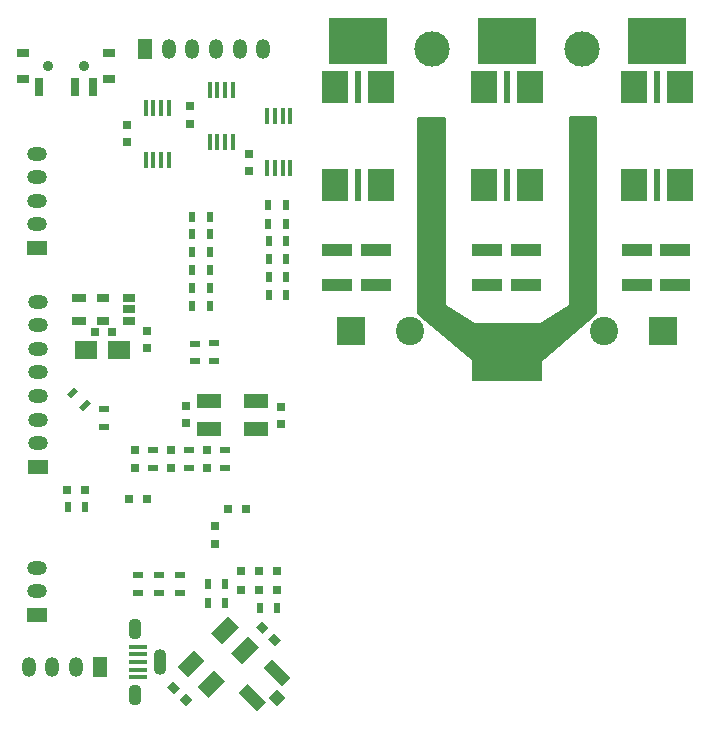
<source format=gbs>
%TF.GenerationSoftware,KiCad,Pcbnew,4.0.7*%
%TF.CreationDate,2018-04-27T21:31:09+08:00*%
%TF.ProjectId,VESC_6,564553435F362E6B696361645F706362,rev?*%
%TF.FileFunction,Soldermask,Bot*%
%FSLAX46Y46*%
G04 Gerber Fmt 4.6, Leading zero omitted, Abs format (unit mm)*
G04 Created by KiCad (PCBNEW 4.0.7) date 2018 April 27, Friday 21:31:09*
%MOMM*%
%LPD*%
G01*
G04 APERTURE LIST*
%ADD10C,0.100000*%
%ADD11R,0.800000X0.750000*%
%ADD12R,1.699260X1.198880*%
%ADD13O,1.699260X1.198880*%
%ADD14R,2.000000X1.300000*%
%ADD15R,0.450000X1.450000*%
%ADD16C,3.000000*%
%ADD17R,1.300000X0.700000*%
%ADD18R,1.198880X1.699260*%
%ADD19O,1.198880X1.699260*%
%ADD20R,1.060000X0.650000*%
%ADD21C,0.900000*%
%ADD22R,0.700000X1.500000*%
%ADD23R,1.000000X0.800000*%
%ADD24R,0.800000X0.800000*%
%ADD25R,1.500000X0.450000*%
%ADD26O,1.100000X1.800000*%
%ADD27O,1.100000X2.200000*%
%ADD28R,5.000000X4.000000*%
%ADD29R,0.750000X0.800000*%
%ADD30R,0.900000X0.500000*%
%ADD31R,0.500000X0.900000*%
%ADD32R,2.500000X1.000000*%
%ADD33R,1.950000X1.500000*%
%ADD34R,0.600000X2.700000*%
%ADD35R,2.300000X2.700000*%
%ADD36R,2.400000X2.400000*%
%ADD37C,2.400000*%
%ADD38R,6.000000X5.000000*%
%ADD39C,0.254000*%
G04 APERTURE END LIST*
D10*
D11*
X135624000Y-97028000D03*
X134124000Y-97028000D03*
D12*
X117983000Y-105984040D03*
D13*
X117983000Y-101981000D03*
X117983000Y-103982520D03*
D14*
X136525000Y-90247320D03*
X132525000Y-90247320D03*
X132525000Y-87847320D03*
X136525000Y-87847320D03*
D10*
G36*
X130763571Y-111282611D02*
X129844332Y-110363372D01*
X131258545Y-108949159D01*
X132177784Y-109868398D01*
X130763571Y-111282611D01*
X130763571Y-111282611D01*
G37*
G36*
X133591998Y-108454184D02*
X132672759Y-107534945D01*
X134086972Y-106120732D01*
X135006211Y-107039971D01*
X133591998Y-108454184D01*
X133591998Y-108454184D01*
G37*
G36*
X135289055Y-110151241D02*
X134369816Y-109232002D01*
X135784029Y-107817789D01*
X136703268Y-108737028D01*
X135289055Y-110151241D01*
X135289055Y-110151241D01*
G37*
G36*
X132460628Y-112979668D02*
X131541389Y-112060429D01*
X132955602Y-110646216D01*
X133874841Y-111565455D01*
X132460628Y-112979668D01*
X132460628Y-112979668D01*
G37*
D15*
X137455000Y-63713000D03*
X138105000Y-63713000D03*
X138755000Y-63713000D03*
X139405000Y-63713000D03*
X139405000Y-68113000D03*
X138755000Y-68113000D03*
X138105000Y-68113000D03*
X137455000Y-68113000D03*
D16*
X151384000Y-58039000D03*
X164084000Y-58039000D03*
D17*
X121500000Y-79173000D03*
X121500000Y-81073000D03*
D18*
X123256040Y-110363000D03*
D19*
X119253000Y-110363000D03*
X121254520Y-110363000D03*
X117254020Y-110363000D03*
D18*
X127093980Y-58039000D03*
D19*
X131097020Y-58039000D03*
X129095500Y-58039000D03*
X133096000Y-58039000D03*
X135097520Y-58039000D03*
X137099040Y-58039000D03*
D13*
X118003300Y-81459440D03*
X118003300Y-83458420D03*
X118003300Y-85459940D03*
D12*
X118003300Y-93466020D03*
D13*
X118003300Y-89462980D03*
X118003300Y-91464500D03*
X118003300Y-87464000D03*
X118003300Y-79460460D03*
D12*
X117983000Y-74930000D03*
D13*
X117983000Y-70926960D03*
X117983000Y-72928480D03*
X117983000Y-68927980D03*
X117983000Y-66926460D03*
D20*
X125700000Y-79173000D03*
X125700000Y-80123000D03*
X125700000Y-81073000D03*
X123500000Y-81073000D03*
X123500000Y-79173000D03*
D21*
X118896000Y-59487000D03*
X121896000Y-59487000D03*
D22*
X118146000Y-61247000D03*
X121146000Y-61247000D03*
X122646000Y-61247000D03*
D23*
X116746000Y-58387000D03*
X124046000Y-58387000D03*
X124046000Y-60597000D03*
X116746000Y-60597000D03*
D24*
X138307300Y-102241700D03*
X138307300Y-103841700D03*
X136779000Y-102273200D03*
X136779000Y-103873200D03*
X135255000Y-102273200D03*
X135255000Y-103873200D03*
D15*
X134502800Y-65903200D03*
X133852800Y-65903200D03*
X133202800Y-65903200D03*
X132552800Y-65903200D03*
X132552800Y-61503200D03*
X133202800Y-61503200D03*
X133852800Y-61503200D03*
X134502800Y-61503200D03*
X129105300Y-67427200D03*
X128455300Y-67427200D03*
X127805300Y-67427200D03*
X127155300Y-67427200D03*
X127155300Y-63027200D03*
X127805300Y-63027200D03*
X128455300Y-63027200D03*
X129105300Y-63027200D03*
D25*
X126488000Y-109976000D03*
X126488000Y-110626000D03*
X126488000Y-109326000D03*
X126488000Y-111276000D03*
X126488000Y-108676000D03*
D26*
X126238000Y-107176000D03*
X126238000Y-112776000D03*
D27*
X128388000Y-109976000D03*
D10*
G36*
X137311191Y-113381693D02*
X136568728Y-114124156D01*
X135013093Y-112568521D01*
X135755556Y-111826058D01*
X137311191Y-113381693D01*
X137311191Y-113381693D01*
G37*
G36*
X139008246Y-113028140D02*
X138301140Y-113735246D01*
X137558678Y-112992784D01*
X138265784Y-112285678D01*
X139008246Y-113028140D01*
X139008246Y-113028140D01*
G37*
G36*
X139397156Y-111295728D02*
X138654693Y-112038191D01*
X137099058Y-110482556D01*
X137841521Y-109740093D01*
X139397156Y-111295728D01*
X139397156Y-111295728D01*
G37*
D28*
X145114500Y-57404000D03*
X157734000Y-57404000D03*
X170434000Y-57404000D03*
D11*
X122022300Y-95389700D03*
X120522300Y-95389700D03*
D29*
X138607800Y-88353200D03*
X138607800Y-89853200D03*
D11*
X127242000Y-96202500D03*
X125742000Y-96202500D03*
D29*
X133032500Y-98449000D03*
X133032500Y-99949000D03*
X130556000Y-89777000D03*
X130556000Y-88277000D03*
X127300000Y-81927000D03*
X127300000Y-83427000D03*
X132334000Y-92036200D03*
X132334000Y-93536200D03*
X129286000Y-92036200D03*
X129286000Y-93536200D03*
X135890000Y-68441000D03*
X135890000Y-66941000D03*
X130937000Y-62928500D03*
X130937000Y-64428500D03*
X125539500Y-64476500D03*
X125539500Y-65976500D03*
X126238000Y-92036200D03*
X126238000Y-93536200D03*
D10*
G36*
X131126338Y-113197008D02*
X130596008Y-113727338D01*
X130030322Y-113161652D01*
X130560652Y-112631322D01*
X131126338Y-113197008D01*
X131126338Y-113197008D01*
G37*
G36*
X130065678Y-112136348D02*
X129535348Y-112666678D01*
X128969662Y-112100992D01*
X129499992Y-111570662D01*
X130065678Y-112136348D01*
X130065678Y-112136348D01*
G37*
G36*
X136462662Y-107020992D02*
X136992992Y-106490662D01*
X137558678Y-107056348D01*
X137028348Y-107586678D01*
X136462662Y-107020992D01*
X136462662Y-107020992D01*
G37*
G36*
X137523322Y-108081652D02*
X138053652Y-107551322D01*
X138619338Y-108117008D01*
X138089008Y-108647338D01*
X137523322Y-108081652D01*
X137523322Y-108081652D01*
G37*
D11*
X122821000Y-82042000D03*
X124321000Y-82042000D03*
D30*
X130048000Y-104128000D03*
X130048000Y-102628000D03*
X128270000Y-102628000D03*
X128270000Y-104128000D03*
X126496300Y-102616000D03*
X126496300Y-104116000D03*
D31*
X122035000Y-96837500D03*
X120535000Y-96837500D03*
X136791000Y-105410000D03*
X138291000Y-105410000D03*
X132396800Y-104978200D03*
X133896800Y-104978200D03*
X132396800Y-103378000D03*
X133896800Y-103378000D03*
D30*
X132900000Y-84500000D03*
X132900000Y-83000000D03*
X131303800Y-84511200D03*
X131303800Y-83011200D03*
D31*
X131085500Y-72263000D03*
X132585500Y-72263000D03*
X131085500Y-73723500D03*
X132585500Y-73723500D03*
X131085500Y-75247500D03*
X132585500Y-75247500D03*
X131085500Y-76771500D03*
X132585500Y-76771500D03*
X131085500Y-78295500D03*
X132585500Y-78295500D03*
X131085500Y-79819500D03*
X132585500Y-79819500D03*
D30*
X123621800Y-88543700D03*
X123621800Y-90043700D03*
D10*
G36*
X122500805Y-88082409D02*
X121864409Y-88718805D01*
X121510855Y-88365251D01*
X122147251Y-87728855D01*
X122500805Y-88082409D01*
X122500805Y-88082409D01*
G37*
G36*
X121440145Y-87021749D02*
X120803749Y-87658145D01*
X120450195Y-87304591D01*
X121086591Y-86668195D01*
X121440145Y-87021749D01*
X121440145Y-87021749D01*
G37*
D32*
X143383000Y-78081000D03*
X143383000Y-75081000D03*
X146685000Y-78081000D03*
X146685000Y-75081000D03*
X159385000Y-78081000D03*
X159385000Y-75081000D03*
X156083000Y-78081000D03*
X156083000Y-75081000D03*
X168783000Y-78081000D03*
X168783000Y-75081000D03*
X171958000Y-78081000D03*
X171958000Y-75081000D03*
D33*
X122125000Y-83527000D03*
X124875000Y-83527000D03*
D31*
X139041000Y-71310500D03*
X137541000Y-71310500D03*
X139040300Y-72847200D03*
X137540300Y-72847200D03*
X139053000Y-74358500D03*
X137553000Y-74358500D03*
X139053000Y-75882500D03*
X137553000Y-75882500D03*
X139053000Y-77406500D03*
X137553000Y-77406500D03*
X139053000Y-78930500D03*
X137553000Y-78930500D03*
D30*
X133858000Y-93536200D03*
X133858000Y-92036200D03*
X130810000Y-93536200D03*
X130810000Y-92036200D03*
X127762000Y-93536200D03*
X127762000Y-92036200D03*
D34*
X157734000Y-69555000D03*
X157734000Y-61255000D03*
D35*
X155784000Y-69555000D03*
X159684000Y-61255000D03*
X159684000Y-69555000D03*
X155784000Y-61255000D03*
D34*
X145116000Y-69555000D03*
X145116000Y-61255000D03*
D35*
X143166000Y-69555000D03*
X147066000Y-61255000D03*
X147066000Y-69555000D03*
X143166000Y-61255000D03*
D34*
X170434000Y-69555000D03*
X170434000Y-61255000D03*
D35*
X168484000Y-69555000D03*
X172384000Y-61255000D03*
X172384000Y-69555000D03*
X168484000Y-61255000D03*
D36*
X170942000Y-81915000D03*
D37*
X165942000Y-81915000D03*
D36*
X144526000Y-81915000D03*
D37*
X149526000Y-81915000D03*
D38*
X157734000Y-83693000D03*
D39*
G36*
X152400000Y-79756000D02*
X152410006Y-79805410D01*
X152438447Y-79847035D01*
X152460635Y-79864280D01*
X156287887Y-82210015D01*
X154910398Y-84391039D01*
X150241000Y-80458915D01*
X150241000Y-63881000D01*
X152400000Y-63881000D01*
X152400000Y-79756000D01*
X152400000Y-79756000D01*
G37*
X152400000Y-79756000D02*
X152410006Y-79805410D01*
X152438447Y-79847035D01*
X152460635Y-79864280D01*
X156287887Y-82210015D01*
X154910398Y-84391039D01*
X150241000Y-80458915D01*
X150241000Y-63881000D01*
X152400000Y-63881000D01*
X152400000Y-79756000D01*
G36*
X165227000Y-80459271D02*
X160305854Y-84642245D01*
X158923953Y-82339077D01*
X163006824Y-79864610D01*
X163043894Y-79830444D01*
X163064750Y-79784547D01*
X163068000Y-79756000D01*
X163068000Y-63834169D01*
X165227000Y-63834169D01*
X165227000Y-80459271D01*
X165227000Y-80459271D01*
G37*
X165227000Y-80459271D02*
X160305854Y-84642245D01*
X158923953Y-82339077D01*
X163006824Y-79864610D01*
X163043894Y-79830444D01*
X163064750Y-79784547D01*
X163068000Y-79756000D01*
X163068000Y-63834169D01*
X165227000Y-63834169D01*
X165227000Y-80459271D01*
M02*

</source>
